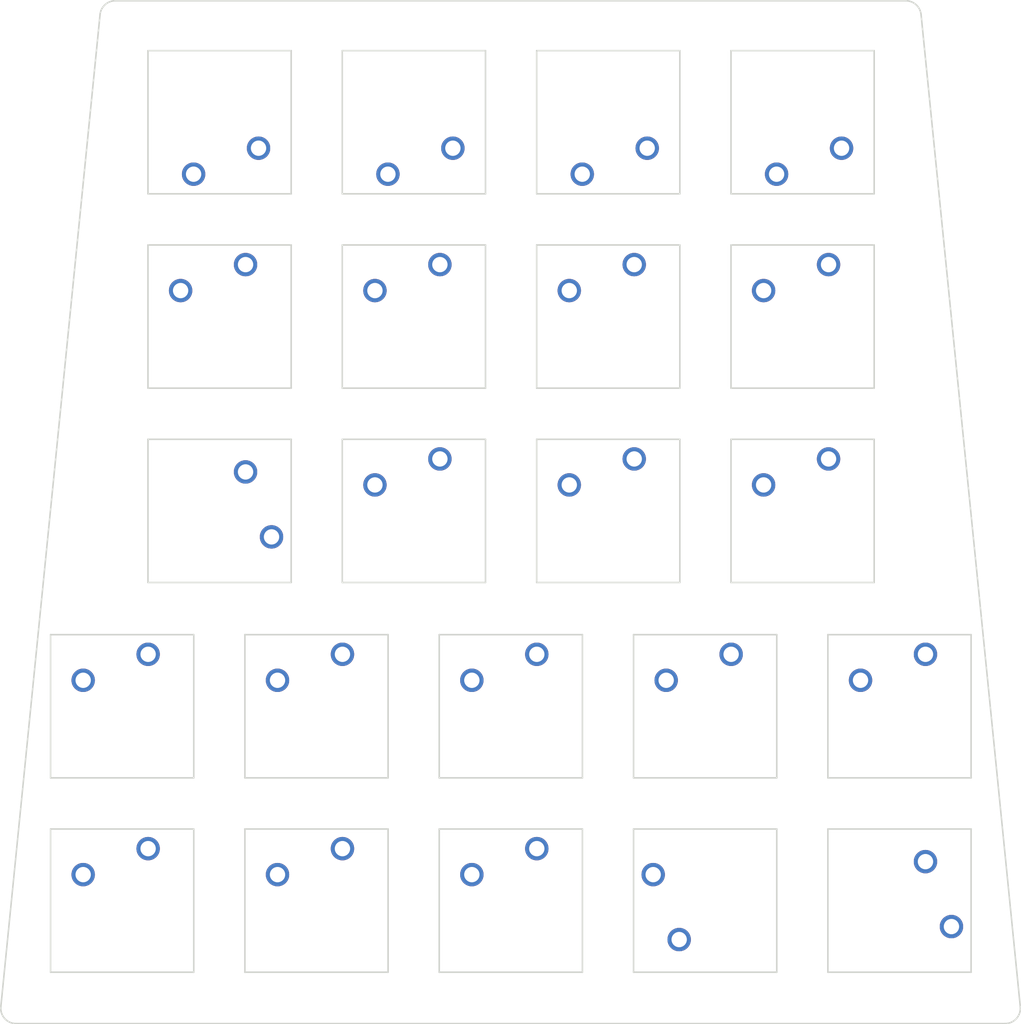
<source format=kicad_pcb>
(kicad_pcb (version 20171130) (host pcbnew 5.1.6)
  (title_block (title angle-top-plate) (rev v1.0.0) (company Unknown))
  (layers (0 F.Cu signal) (31 B.Cu signal) (34 B.Paste user) (35 F.Paste user) (36 B.SilkS user) (37 F.SilkS user) (38 B.Mask user) (39 F.Mask user) (44 Edge.Cuts user))
  (net 0 "")
  (net 1 "GND")
  (net 2 "m_c1_r3")
  (net 3 "m_c1_r4")
  (net 4 "m_c1_r5")
  (net 5 "m_c2_r3")
  (net 6 "m_c2_r4")
  (net 7 "m_c2_r5")
  (net 8 "m_c3_r3")
  (net 9 "m_c3_r4")
  (net 10 "m_c3_r5")
  (net 11 "m_c4_r3")
  (net 12 "m_c4_r4")
  (net 13 "m_c4_r5")
  (net 14 "n_c1_r1")
  (net 15 "n_c1_r2")
  (net 16 "n_c2_r1")
  (net 17 "n_c2_r2")
  (net 18 "n_c3_r1")
  (net 19 "n_c3_r2")
  (net 20 "n_c4_r1")
  (net 21 "n_c4_r2")
  (net 22 "n_c5_r1")
  (net 23 "n_c5_r2")
  (module MX (layer F.Cu) (at 21.55 -50.125 -90)
    (fp_text reference "S1" hide)
    (fp_text value "" hide)
    (pad "" np_thru_hole circle (at 0 0) (size 3.9878 3.9878) (drill 3.9878) (layers *.Cu *.Mask))
    (pad "" np_thru_hole circle (at 5.08 0) (size 1.7018 1.7018) (drill 1.7018) (layers *.Cu *.Mask))
    (pad "" np_thru_hole circle (at -5.08 0) (size 1.7018 1.7018) (drill 1.7018) (layers *.Cu *.Mask))
    (pad 1 thru_hole circle (at 2.54 -5.08) (size 2.286 2.286) (drill 1.4986) (layers *.Cu *.Mask) (net 1 "GND"))
    (pad 2 thru_hole circle (at -3.81 -2.54) (size 2.286 2.286) (drill 1.4986) (layers *.Cu *.Mask) (net 2 "m_c1_r3"))
  )
  (module MX (layer F.Cu) (at 21.55 -69.125 0)
    (fp_text reference "S2" hide)
    (fp_text value "" hide)
    (pad "" np_thru_hole circle (at 0 0) (size 3.9878 3.9878) (drill 3.9878) (layers *.Cu *.Mask))
    (pad "" np_thru_hole circle (at 5.08 0) (size 1.7018 1.7018) (drill 1.7018) (layers *.Cu *.Mask))
    (pad "" np_thru_hole circle (at -5.08 0) (size 1.7018 1.7018) (drill 1.7018) (layers *.Cu *.Mask))
    (pad 1 thru_hole circle (at 2.54 -5.08) (size 2.286 2.286) (drill 1.4986) (layers *.Cu *.Mask) (net 1 "GND"))
    (pad 2 thru_hole circle (at -3.81 -2.54) (size 2.286 2.286) (drill 1.4986) (layers *.Cu *.Mask) (net 3 "m_c1_r4"))
  )
  (module MX (layer F.Cu) (at 21.55 -88.125 180)
    (fp_text reference "S3" hide)
    (fp_text value "" hide)
    (pad "" np_thru_hole circle (at 0 0) (size 3.9878 3.9878) (drill 3.9878) (layers *.Cu *.Mask))
    (pad "" np_thru_hole circle (at 5.08 0) (size 1.7018 1.7018) (drill 1.7018) (layers *.Cu *.Mask))
    (pad "" np_thru_hole circle (at -5.08 0) (size 1.7018 1.7018) (drill 1.7018) (layers *.Cu *.Mask))
    (pad 1 thru_hole circle (at 2.54 -5.08) (size 2.286 2.286) (drill 1.4986) (layers *.Cu *.Mask) (net 1 "GND"))
    (pad 2 thru_hole circle (at -3.81 -2.54) (size 2.286 2.286) (drill 1.4986) (layers *.Cu *.Mask) (net 4 "m_c1_r5"))
  )
  (module MX (layer F.Cu) (at 40.55 -50.125 0)
    (fp_text reference "S4" hide)
    (fp_text value "" hide)
    (pad "" np_thru_hole circle (at 0 0) (size 3.9878 3.9878) (drill 3.9878) (layers *.Cu *.Mask))
    (pad "" np_thru_hole circle (at 5.08 0) (size 1.7018 1.7018) (drill 1.7018) (layers *.Cu *.Mask))
    (pad "" np_thru_hole circle (at -5.08 0) (size 1.7018 1.7018) (drill 1.7018) (layers *.Cu *.Mask))
    (pad 1 thru_hole circle (at 2.54 -5.08) (size 2.286 2.286) (drill 1.4986) (layers *.Cu *.Mask) (net 1 "GND"))
    (pad 2 thru_hole circle (at -3.81 -2.54) (size 2.286 2.286) (drill 1.4986) (layers *.Cu *.Mask) (net 5 "m_c2_r3"))
  )
  (module MX (layer F.Cu) (at 40.55 -69.125 0)
    (fp_text reference "S5" hide)
    (fp_text value "" hide)
    (pad "" np_thru_hole circle (at 0 0) (size 3.9878 3.9878) (drill 3.9878) (layers *.Cu *.Mask))
    (pad "" np_thru_hole circle (at 5.08 0) (size 1.7018 1.7018) (drill 1.7018) (layers *.Cu *.Mask))
    (pad "" np_thru_hole circle (at -5.08 0) (size 1.7018 1.7018) (drill 1.7018) (layers *.Cu *.Mask))
    (pad 1 thru_hole circle (at 2.54 -5.08) (size 2.286 2.286) (drill 1.4986) (layers *.Cu *.Mask) (net 1 "GND"))
    (pad 2 thru_hole circle (at -3.81 -2.54) (size 2.286 2.286) (drill 1.4986) (layers *.Cu *.Mask) (net 6 "m_c2_r4"))
  )
  (module MX (layer F.Cu) (at 40.55 -88.125 180)
    (fp_text reference "S6" hide)
    (fp_text value "" hide)
    (pad "" np_thru_hole circle (at 0 0) (size 3.9878 3.9878) (drill 3.9878) (layers *.Cu *.Mask))
    (pad "" np_thru_hole circle (at 5.08 0) (size 1.7018 1.7018) (drill 1.7018) (layers *.Cu *.Mask))
    (pad "" np_thru_hole circle (at -5.08 0) (size 1.7018 1.7018) (drill 1.7018) (layers *.Cu *.Mask))
    (pad 1 thru_hole circle (at 2.54 -5.08) (size 2.286 2.286) (drill 1.4986) (layers *.Cu *.Mask) (net 1 "GND"))
    (pad 2 thru_hole circle (at -3.81 -2.54) (size 2.286 2.286) (drill 1.4986) (layers *.Cu *.Mask) (net 7 "m_c2_r5"))
  )
  (module MX (layer F.Cu) (at 59.55 -50.125 0)
    (fp_text reference "S7" hide)
    (fp_text value "" hide)
    (pad "" np_thru_hole circle (at 0 0) (size 3.9878 3.9878) (drill 3.9878) (layers *.Cu *.Mask))
    (pad "" np_thru_hole circle (at 5.08 0) (size 1.7018 1.7018) (drill 1.7018) (layers *.Cu *.Mask))
    (pad "" np_thru_hole circle (at -5.08 0) (size 1.7018 1.7018) (drill 1.7018) (layers *.Cu *.Mask))
    (pad 1 thru_hole circle (at 2.54 -5.08) (size 2.286 2.286) (drill 1.4986) (layers *.Cu *.Mask) (net 1 "GND"))
    (pad 2 thru_hole circle (at -3.81 -2.54) (size 2.286 2.286) (drill 1.4986) (layers *.Cu *.Mask) (net 8 "m_c3_r3"))
  )
  (module MX (layer F.Cu) (at 59.55 -69.125 0)
    (fp_text reference "S8" hide)
    (fp_text value "" hide)
    (pad "" np_thru_hole circle (at 0 0) (size 3.9878 3.9878) (drill 3.9878) (layers *.Cu *.Mask))
    (pad "" np_thru_hole circle (at 5.08 0) (size 1.7018 1.7018) (drill 1.7018) (layers *.Cu *.Mask))
    (pad "" np_thru_hole circle (at -5.08 0) (size 1.7018 1.7018) (drill 1.7018) (layers *.Cu *.Mask))
    (pad 1 thru_hole circle (at 2.54 -5.08) (size 2.286 2.286) (drill 1.4986) (layers *.Cu *.Mask) (net 1 "GND"))
    (pad 2 thru_hole circle (at -3.81 -2.54) (size 2.286 2.286) (drill 1.4986) (layers *.Cu *.Mask) (net 9 "m_c3_r4"))
  )
  (module MX (layer F.Cu) (at 59.55 -88.125 180)
    (fp_text reference "S9" hide)
    (fp_text value "" hide)
    (pad "" np_thru_hole circle (at 0 0) (size 3.9878 3.9878) (drill 3.9878) (layers *.Cu *.Mask))
    (pad "" np_thru_hole circle (at 5.08 0) (size 1.7018 1.7018) (drill 1.7018) (layers *.Cu *.Mask))
    (pad "" np_thru_hole circle (at -5.08 0) (size 1.7018 1.7018) (drill 1.7018) (layers *.Cu *.Mask))
    (pad 1 thru_hole circle (at 2.54 -5.08) (size 2.286 2.286) (drill 1.4986) (layers *.Cu *.Mask) (net 1 "GND"))
    (pad 2 thru_hole circle (at -3.81 -2.54) (size 2.286 2.286) (drill 1.4986) (layers *.Cu *.Mask) (net 10 "m_c3_r5"))
  )
  (module MX (layer F.Cu) (at 78.55 -50.125 0)
    (fp_text reference "S10" hide)
    (fp_text value "" hide)
    (pad "" np_thru_hole circle (at 0 0) (size 3.9878 3.9878) (drill 3.9878) (layers *.Cu *.Mask))
    (pad "" np_thru_hole circle (at 5.08 0) (size 1.7018 1.7018) (drill 1.7018) (layers *.Cu *.Mask))
    (pad "" np_thru_hole circle (at -5.08 0) (size 1.7018 1.7018) (drill 1.7018) (layers *.Cu *.Mask))
    (pad 1 thru_hole circle (at 2.54 -5.08) (size 2.286 2.286) (drill 1.4986) (layers *.Cu *.Mask) (net 1 "GND"))
    (pad 2 thru_hole circle (at -3.81 -2.54) (size 2.286 2.286) (drill 1.4986) (layers *.Cu *.Mask) (net 11 "m_c4_r3"))
  )
  (module MX (layer F.Cu) (at 78.55 -69.125 0)
    (fp_text reference "S11" hide)
    (fp_text value "" hide)
    (pad "" np_thru_hole circle (at 0 0) (size 3.9878 3.9878) (drill 3.9878) (layers *.Cu *.Mask))
    (pad "" np_thru_hole circle (at 5.08 0) (size 1.7018 1.7018) (drill 1.7018) (layers *.Cu *.Mask))
    (pad "" np_thru_hole circle (at -5.08 0) (size 1.7018 1.7018) (drill 1.7018) (layers *.Cu *.Mask))
    (pad 1 thru_hole circle (at 2.54 -5.08) (size 2.286 2.286) (drill 1.4986) (layers *.Cu *.Mask) (net 1 "GND"))
    (pad 2 thru_hole circle (at -3.81 -2.54) (size 2.286 2.286) (drill 1.4986) (layers *.Cu *.Mask) (net 12 "m_c4_r4"))
  )
  (module MX (layer F.Cu) (at 78.55 -88.125 180)
    (fp_text reference "S12" hide)
    (fp_text value "" hide)
    (pad "" np_thru_hole circle (at 0 0) (size 3.9878 3.9878) (drill 3.9878) (layers *.Cu *.Mask))
    (pad "" np_thru_hole circle (at 5.08 0) (size 1.7018 1.7018) (drill 1.7018) (layers *.Cu *.Mask))
    (pad "" np_thru_hole circle (at -5.08 0) (size 1.7018 1.7018) (drill 1.7018) (layers *.Cu *.Mask))
    (pad 1 thru_hole circle (at 2.54 -5.08) (size 2.286 2.286) (drill 1.4986) (layers *.Cu *.Mask) (net 1 "GND"))
    (pad 2 thru_hole circle (at -3.81 -2.54) (size 2.286 2.286) (drill 1.4986) (layers *.Cu *.Mask) (net 13 "m_c4_r5"))
  )
  (module MX (layer F.Cu) (at 12.025 -12.025 0)
    (fp_text reference "S13" hide)
    (fp_text value "" hide)
    (pad "" np_thru_hole circle (at 0 0) (size 3.9878 3.9878) (drill 3.9878) (layers *.Cu *.Mask))
    (pad "" np_thru_hole circle (at 5.08 0) (size 1.7018 1.7018) (drill 1.7018) (layers *.Cu *.Mask))
    (pad "" np_thru_hole circle (at -5.08 0) (size 1.7018 1.7018) (drill 1.7018) (layers *.Cu *.Mask))
    (pad 1 thru_hole circle (at 2.54 -5.08) (size 2.286 2.286) (drill 1.4986) (layers *.Cu *.Mask) (net 1 "GND"))
    (pad 2 thru_hole circle (at -3.81 -2.54) (size 2.286 2.286) (drill 1.4986) (layers *.Cu *.Mask) (net 14 "n_c1_r1"))
  )
  (module MX (layer F.Cu) (at 12.025 -31.025 0)
    (fp_text reference "S14" hide)
    (fp_text value "" hide)
    (pad "" np_thru_hole circle (at 0 0) (size 3.9878 3.9878) (drill 3.9878) (layers *.Cu *.Mask))
    (pad "" np_thru_hole circle (at 5.08 0) (size 1.7018 1.7018) (drill 1.7018) (layers *.Cu *.Mask))
    (pad "" np_thru_hole circle (at -5.08 0) (size 1.7018 1.7018) (drill 1.7018) (layers *.Cu *.Mask))
    (pad 1 thru_hole circle (at 2.54 -5.08) (size 2.286 2.286) (drill 1.4986) (layers *.Cu *.Mask) (net 1 "GND"))
    (pad 2 thru_hole circle (at -3.81 -2.54) (size 2.286 2.286) (drill 1.4986) (layers *.Cu *.Mask) (net 15 "n_c1_r2"))
  )
  (module MX (layer F.Cu) (at 31.025 -12.025 0)
    (fp_text reference "S15" hide)
    (fp_text value "" hide)
    (pad "" np_thru_hole circle (at 0 0) (size 3.9878 3.9878) (drill 3.9878) (layers *.Cu *.Mask))
    (pad "" np_thru_hole circle (at 5.08 0) (size 1.7018 1.7018) (drill 1.7018) (layers *.Cu *.Mask))
    (pad "" np_thru_hole circle (at -5.08 0) (size 1.7018 1.7018) (drill 1.7018) (layers *.Cu *.Mask))
    (pad 1 thru_hole circle (at 2.54 -5.08) (size 2.286 2.286) (drill 1.4986) (layers *.Cu *.Mask) (net 1 "GND"))
    (pad 2 thru_hole circle (at -3.81 -2.54) (size 2.286 2.286) (drill 1.4986) (layers *.Cu *.Mask) (net 16 "n_c2_r1"))
  )
  (module MX (layer F.Cu) (at 31.025 -31.025 0)
    (fp_text reference "S16" hide)
    (fp_text value "" hide)
    (pad "" np_thru_hole circle (at 0 0) (size 3.9878 3.9878) (drill 3.9878) (layers *.Cu *.Mask))
    (pad "" np_thru_hole circle (at 5.08 0) (size 1.7018 1.7018) (drill 1.7018) (layers *.Cu *.Mask))
    (pad "" np_thru_hole circle (at -5.08 0) (size 1.7018 1.7018) (drill 1.7018) (layers *.Cu *.Mask))
    (pad 1 thru_hole circle (at 2.54 -5.08) (size 2.286 2.286) (drill 1.4986) (layers *.Cu *.Mask) (net 1 "GND"))
    (pad 2 thru_hole circle (at -3.81 -2.54) (size 2.286 2.286) (drill 1.4986) (layers *.Cu *.Mask) (net 17 "n_c2_r2"))
  )
  (module MX (layer F.Cu) (at 50.025 -12.025 0)
    (fp_text reference "S17" hide)
    (fp_text value "" hide)
    (pad "" np_thru_hole circle (at 0 0) (size 3.9878 3.9878) (drill 3.9878) (layers *.Cu *.Mask))
    (pad "" np_thru_hole circle (at 5.08 0) (size 1.7018 1.7018) (drill 1.7018) (layers *.Cu *.Mask))
    (pad "" np_thru_hole circle (at -5.08 0) (size 1.7018 1.7018) (drill 1.7018) (layers *.Cu *.Mask))
    (pad 1 thru_hole circle (at 2.54 -5.08) (size 2.286 2.286) (drill 1.4986) (layers *.Cu *.Mask) (net 1 "GND"))
    (pad 2 thru_hole circle (at -3.81 -2.54) (size 2.286 2.286) (drill 1.4986) (layers *.Cu *.Mask) (net 18 "n_c3_r1"))
  )
  (module MX (layer F.Cu) (at 50.025 -31.025 0)
    (fp_text reference "S18" hide)
    (fp_text value "" hide)
    (pad "" np_thru_hole circle (at 0 0) (size 3.9878 3.9878) (drill 3.9878) (layers *.Cu *.Mask))
    (pad "" np_thru_hole circle (at 5.08 0) (size 1.7018 1.7018) (drill 1.7018) (layers *.Cu *.Mask))
    (pad "" np_thru_hole circle (at -5.08 0) (size 1.7018 1.7018) (drill 1.7018) (layers *.Cu *.Mask))
    (pad 1 thru_hole circle (at 2.54 -5.08) (size 2.286 2.286) (drill 1.4986) (layers *.Cu *.Mask) (net 1 "GND"))
    (pad 2 thru_hole circle (at -3.81 -2.54) (size 2.286 2.286) (drill 1.4986) (layers *.Cu *.Mask) (net 19 "n_c3_r2"))
  )
  (module MX (layer F.Cu) (at 69.025 -12.025 90)
    (fp_text reference "S19" hide)
    (fp_text value "" hide)
    (pad "" np_thru_hole circle (at 0 0) (size 3.9878 3.9878) (drill 3.9878) (layers *.Cu *.Mask))
    (pad "" np_thru_hole circle (at 5.08 0) (size 1.7018 1.7018) (drill 1.7018) (layers *.Cu *.Mask))
    (pad "" np_thru_hole circle (at -5.08 0) (size 1.7018 1.7018) (drill 1.7018) (layers *.Cu *.Mask))
    (pad 1 thru_hole circle (at 2.54 -5.08) (size 2.286 2.286) (drill 1.4986) (layers *.Cu *.Mask) (net 1 "GND"))
    (pad 2 thru_hole circle (at -3.81 -2.54) (size 2.286 2.286) (drill 1.4986) (layers *.Cu *.Mask) (net 20 "n_c4_r1"))
  )
  (module MX (layer F.Cu) (at 69.025 -31.025 0)
    (fp_text reference "S20" hide)
    (fp_text value "" hide)
    (pad "" np_thru_hole circle (at 0 0) (size 3.9878 3.9878) (drill 3.9878) (layers *.Cu *.Mask))
    (pad "" np_thru_hole circle (at 5.08 0) (size 1.7018 1.7018) (drill 1.7018) (layers *.Cu *.Mask))
    (pad "" np_thru_hole circle (at -5.08 0) (size 1.7018 1.7018) (drill 1.7018) (layers *.Cu *.Mask))
    (pad 1 thru_hole circle (at 2.54 -5.08) (size 2.286 2.286) (drill 1.4986) (layers *.Cu *.Mask) (net 1 "GND"))
    (pad 2 thru_hole circle (at -3.81 -2.54) (size 2.286 2.286) (drill 1.4986) (layers *.Cu *.Mask) (net 21 "n_c4_r2"))
  )
  (module MX (layer F.Cu) (at 88.025 -12.025 -90)
    (fp_text reference "S21" hide)
    (fp_text value "" hide)
    (pad "" np_thru_hole circle (at 0 0) (size 3.9878 3.9878) (drill 3.9878) (layers *.Cu *.Mask))
    (pad "" np_thru_hole circle (at 5.08 0) (size 1.7018 1.7018) (drill 1.7018) (layers *.Cu *.Mask))
    (pad "" np_thru_hole circle (at -5.08 0) (size 1.7018 1.7018) (drill 1.7018) (layers *.Cu *.Mask))
    (pad 1 thru_hole circle (at 2.54 -5.08) (size 2.286 2.286) (drill 1.4986) (layers *.Cu *.Mask) (net 1 "GND"))
    (pad 2 thru_hole circle (at -3.81 -2.54) (size 2.286 2.286) (drill 1.4986) (layers *.Cu *.Mask) (net 22 "n_c5_r1"))
  )
  (module MX (layer F.Cu) (at 88.025 -31.025 0)
    (fp_text reference "S22" hide)
    (fp_text value "" hide)
    (pad "" np_thru_hole circle (at 0 0) (size 3.9878 3.9878) (drill 3.9878) (layers *.Cu *.Mask))
    (pad "" np_thru_hole circle (at 5.08 0) (size 1.7018 1.7018) (drill 1.7018) (layers *.Cu *.Mask))
    (pad "" np_thru_hole circle (at -5.08 0) (size 1.7018 1.7018) (drill 1.7018) (layers *.Cu *.Mask))
    (pad 1 thru_hole circle (at 2.54 -5.08) (size 2.286 2.286) (drill 1.4986) (layers *.Cu *.Mask) (net 1 "GND"))
    (pad 2 thru_hole circle (at -3.81 -2.54) (size 2.286 2.286) (drill 1.4986) (layers *.Cu *.Mask) (net 23 "n_c5_r2"))
  )
  (footprint "MountingHole:MountingHole_2.2mm_M2" (layer "F.Cu") (at 2.8 -2.5 0)
    (pad "" np_thru_hole circle (at 0 0) (size 2.2 2.2) (drill 2.2) (layers *.Cu *.Mask))
  )
  (footprint "MountingHole:MountingHole_2.2mm_M2" (layer "F.Cu") (at 12.2 -97.5 0)
    (pad "" np_thru_hole circle (at 0 0) (size 2.2 2.2) (drill 2.2) (layers *.Cu *.Mask))
  )
  (footprint "MountingHole:MountingHole_2.2mm_M2" (layer "F.Cu") (at 97.2 -2.5 0)
    (pad "" np_thru_hole circle (at 0 0) (size 2.2 2.2) (drill 2.2) (layers *.Cu *.Mask))
  )
  (footprint "MountingHole:MountingHole_2.2mm_M2" (layer "F.Cu") (at 87.8 -97.5 0)
    (pad "" np_thru_hole circle (at 0 0) (size 2.2 2.2) (drill 2.2) (layers *.Cu *.Mask))
  )
  (gr_line (start 14.55 -57.125) (end 14.55 -43.125) (angle 90) (layer Edge.Cuts) (width 0.15))
  (gr_line (start 14.55 -43.125) (end 28.55 -43.125) (angle 90) (layer Edge.Cuts) (width 0.15))
  (gr_line (start 28.55 -43.125) (end 28.55 -57.125) (angle 90) (layer Edge.Cuts) (width 0.15))
  (gr_line (start 28.55 -57.125) (end 14.55 -57.125) (angle 90) (layer Edge.Cuts) (width 0.15))
  (gr_line (start 14.55 -62.125) (end 28.55 -62.125) (angle 90) (layer Edge.Cuts) (width 0.15))
  (gr_line (start 28.55 -62.125) (end 28.55 -76.125) (angle 90) (layer Edge.Cuts) (width 0.15))
  (gr_line (start 28.55 -76.125) (end 14.55 -76.125) (angle 90) (layer Edge.Cuts) (width 0.15))
  (gr_line (start 14.55 -76.125) (end 14.55 -62.125) (angle 90) (layer Edge.Cuts) (width 0.15))
  (gr_line (start 28.55 -95.125) (end 14.55 -95.125) (angle 90) (layer Edge.Cuts) (width 0.15))
  (gr_line (start 14.55 -95.125) (end 14.55 -81.125) (angle 90) (layer Edge.Cuts) (width 0.15))
  (gr_line (start 14.55 -81.125) (end 28.55 -81.125) (angle 90) (layer Edge.Cuts) (width 0.15))
  (gr_line (start 28.55 -81.125) (end 28.55 -95.125) (angle 90) (layer Edge.Cuts) (width 0.15))
  (gr_line (start 33.55 -43.125) (end 47.55 -43.125) (angle 90) (layer Edge.Cuts) (width 0.15))
  (gr_line (start 47.55 -43.125) (end 47.55 -57.125) (angle 90) (layer Edge.Cuts) (width 0.15))
  (gr_line (start 47.55 -57.125) (end 33.55 -57.125) (angle 90) (layer Edge.Cuts) (width 0.15))
  (gr_line (start 33.55 -57.125) (end 33.55 -43.125) (angle 90) (layer Edge.Cuts) (width 0.15))
  (gr_line (start 33.55 -62.125) (end 47.55 -62.125) (angle 90) (layer Edge.Cuts) (width 0.15))
  (gr_line (start 47.55 -62.125) (end 47.55 -76.125) (angle 90) (layer Edge.Cuts) (width 0.15))
  (gr_line (start 47.55 -76.125) (end 33.55 -76.125) (angle 90) (layer Edge.Cuts) (width 0.15))
  (gr_line (start 33.55 -76.125) (end 33.55 -62.125) (angle 90) (layer Edge.Cuts) (width 0.15))
  (gr_line (start 47.55 -95.125) (end 33.55 -95.125) (angle 90) (layer Edge.Cuts) (width 0.15))
  (gr_line (start 33.55 -95.125) (end 33.55 -81.125) (angle 90) (layer Edge.Cuts) (width 0.15))
  (gr_line (start 33.55 -81.125) (end 47.55 -81.125) (angle 90) (layer Edge.Cuts) (width 0.15))
  (gr_line (start 47.55 -81.125) (end 47.55 -95.125) (angle 90) (layer Edge.Cuts) (width 0.15))
  (gr_line (start 52.55 -43.125) (end 66.55 -43.125) (angle 90) (layer Edge.Cuts) (width 0.15))
  (gr_line (start 66.55 -43.125) (end 66.55 -57.125) (angle 90) (layer Edge.Cuts) (width 0.15))
  (gr_line (start 66.55 -57.125) (end 52.55 -57.125) (angle 90) (layer Edge.Cuts) (width 0.15))
  (gr_line (start 52.55 -57.125) (end 52.55 -43.125) (angle 90) (layer Edge.Cuts) (width 0.15))
  (gr_line (start 52.55 -62.125) (end 66.55 -62.125) (angle 90) (layer Edge.Cuts) (width 0.15))
  (gr_line (start 66.55 -62.125) (end 66.55 -76.125) (angle 90) (layer Edge.Cuts) (width 0.15))
  (gr_line (start 66.55 -76.125) (end 52.55 -76.125) (angle 90) (layer Edge.Cuts) (width 0.15))
  (gr_line (start 52.55 -76.125) (end 52.55 -62.125) (angle 90) (layer Edge.Cuts) (width 0.15))
  (gr_line (start 66.55 -95.125) (end 52.55 -95.125) (angle 90) (layer Edge.Cuts) (width 0.15))
  (gr_line (start 52.55 -95.125) (end 52.55 -81.125) (angle 90) (layer Edge.Cuts) (width 0.15))
  (gr_line (start 52.55 -81.125) (end 66.55 -81.125) (angle 90) (layer Edge.Cuts) (width 0.15))
  (gr_line (start 66.55 -81.125) (end 66.55 -95.125) (angle 90) (layer Edge.Cuts) (width 0.15))
  (gr_line (start 71.55 -43.125) (end 85.55 -43.125) (angle 90) (layer Edge.Cuts) (width 0.15))
  (gr_line (start 85.55 -43.125) (end 85.55 -57.125) (angle 90) (layer Edge.Cuts) (width 0.15))
  (gr_line (start 85.55 -57.125) (end 71.55 -57.125) (angle 90) (layer Edge.Cuts) (width 0.15))
  (gr_line (start 71.55 -57.125) (end 71.55 -43.125) (angle 90) (layer Edge.Cuts) (width 0.15))
  (gr_line (start 71.55 -62.125) (end 85.55 -62.125) (angle 90) (layer Edge.Cuts) (width 0.15))
  (gr_line (start 85.55 -62.125) (end 85.55 -76.125) (angle 90) (layer Edge.Cuts) (width 0.15))
  (gr_line (start 85.55 -76.125) (end 71.55 -76.125) (angle 90) (layer Edge.Cuts) (width 0.15))
  (gr_line (start 71.55 -76.125) (end 71.55 -62.125) (angle 90) (layer Edge.Cuts) (width 0.15))
  (gr_line (start 85.55 -95.125) (end 71.55 -95.125) (angle 90) (layer Edge.Cuts) (width 0.15))
  (gr_line (start 71.55 -95.125) (end 71.55 -81.125) (angle 90) (layer Edge.Cuts) (width 0.15))
  (gr_line (start 71.55 -81.125) (end 85.55 -81.125) (angle 90) (layer Edge.Cuts) (width 0.15))
  (gr_line (start 85.55 -81.125) (end 85.55 -95.125) (angle 90) (layer Edge.Cuts) (width 0.15))
  (gr_line (start 5.025 -5.025) (end 19.025 -5.025) (angle 90) (layer Edge.Cuts) (width 0.15))
  (gr_line (start 19.025 -5.025) (end 19.025 -19.025) (angle 90) (layer Edge.Cuts) (width 0.15))
  (gr_line (start 19.025 -19.025) (end 5.025 -19.025) (angle 90) (layer Edge.Cuts) (width 0.15))
  (gr_line (start 5.025 -19.025) (end 5.025 -5.025) (angle 90) (layer Edge.Cuts) (width 0.15))
  (gr_line (start 5.025 -24.025) (end 19.025 -24.025) (angle 90) (layer Edge.Cuts) (width 0.15))
  (gr_line (start 19.025 -24.025) (end 19.025 -38.025) (angle 90) (layer Edge.Cuts) (width 0.15))
  (gr_line (start 19.025 -38.025) (end 5.025 -38.025) (angle 90) (layer Edge.Cuts) (width 0.15))
  (gr_line (start 5.025 -38.025) (end 5.025 -24.025) (angle 90) (layer Edge.Cuts) (width 0.15))
  (gr_line (start 24.025 -5.025) (end 38.025 -5.025) (angle 90) (layer Edge.Cuts) (width 0.15))
  (gr_line (start 38.025 -5.025) (end 38.025 -19.025) (angle 90) (layer Edge.Cuts) (width 0.15))
  (gr_line (start 38.025 -19.025) (end 24.025 -19.025) (angle 90) (layer Edge.Cuts) (width 0.15))
  (gr_line (start 24.025 -19.025) (end 24.025 -5.025) (angle 90) (layer Edge.Cuts) (width 0.15))
  (gr_line (start 24.025 -24.025) (end 38.025 -24.025) (angle 90) (layer Edge.Cuts) (width 0.15))
  (gr_line (start 38.025 -24.025) (end 38.025 -38.025) (angle 90) (layer Edge.Cuts) (width 0.15))
  (gr_line (start 38.025 -38.025) (end 24.025 -38.025) (angle 90) (layer Edge.Cuts) (width 0.15))
  (gr_line (start 24.025 -38.025) (end 24.025 -24.025) (angle 90) (layer Edge.Cuts) (width 0.15))
  (gr_line (start 43.025 -5.025) (end 57.025 -5.025) (angle 90) (layer Edge.Cuts) (width 0.15))
  (gr_line (start 57.025 -5.025) (end 57.025 -19.025) (angle 90) (layer Edge.Cuts) (width 0.15))
  (gr_line (start 57.025 -19.025) (end 43.025 -19.025) (angle 90) (layer Edge.Cuts) (width 0.15))
  (gr_line (start 43.025 -19.025) (end 43.025 -5.025) (angle 90) (layer Edge.Cuts) (width 0.15))
  (gr_line (start 43.025 -24.025) (end 57.025 -24.025) (angle 90) (layer Edge.Cuts) (width 0.15))
  (gr_line (start 57.025 -24.025) (end 57.025 -38.025) (angle 90) (layer Edge.Cuts) (width 0.15))
  (gr_line (start 57.025 -38.025) (end 43.025 -38.025) (angle 90) (layer Edge.Cuts) (width 0.15))
  (gr_line (start 43.025 -38.025) (end 43.025 -24.025) (angle 90) (layer Edge.Cuts) (width 0.15))
  (gr_line (start 76.025 -5.025) (end 76.025 -19.025) (angle 90) (layer Edge.Cuts) (width 0.15))
  (gr_line (start 76.025 -19.025) (end 62.025000000000006 -19.025) (angle 90) (layer Edge.Cuts) (width 0.15))
  (gr_line (start 62.025000000000006 -19.025) (end 62.025000000000006 -5.025) (angle 90) (layer Edge.Cuts) (width 0.15))
  (gr_line (start 62.025000000000006 -5.025) (end 76.025 -5.025) (angle 90) (layer Edge.Cuts) (width 0.15))
  (gr_line (start 62.025000000000006 -24.025) (end 76.025 -24.025) (angle 90) (layer Edge.Cuts) (width 0.15))
  (gr_line (start 76.025 -24.025) (end 76.025 -38.025) (angle 90) (layer Edge.Cuts) (width 0.15))
  (gr_line (start 76.025 -38.025) (end 62.025000000000006 -38.025) (angle 90) (layer Edge.Cuts) (width 0.15))
  (gr_line (start 62.025000000000006 -38.025) (end 62.025000000000006 -24.025) (angle 90) (layer Edge.Cuts) (width 0.15))
  (gr_line (start 81.025 -19.025) (end 81.025 -5.025) (angle 90) (layer Edge.Cuts) (width 0.15))
  (gr_line (start 81.025 -5.025) (end 95.025 -5.025) (angle 90) (layer Edge.Cuts) (width 0.15))
  (gr_line (start 95.025 -5.025) (end 95.025 -19.025) (angle 90) (layer Edge.Cuts) (width 0.15))
  (gr_line (start 95.025 -19.025) (end 81.025 -19.025) (angle 90) (layer Edge.Cuts) (width 0.15))
  (gr_line (start 81.025 -24.025) (end 95.025 -24.025) (angle 90) (layer Edge.Cuts) (width 0.15))
  (gr_line (start 95.025 -24.025) (end 95.025 -38.025) (angle 90) (layer Edge.Cuts) (width 0.15))
  (gr_line (start 95.025 -38.025) (end 81.025 -38.025) (angle 90) (layer Edge.Cuts) (width 0.15))
  (gr_line (start 81.025 -38.025) (end 81.025 -24.025) (angle 90) (layer Edge.Cuts) (width 0.15))
  (gr_line (start 1.6574813599999998 0) (end 98.34251864000001 0) (angle 90) (layer Edge.Cuts) (width 0.15))
  (gr_line (start 99.83507444495051 -1.6492555504948996) (end 90.1350744449505 -98.64925555049501) (angle 90) (layer Edge.Cuts) (width 0.15))
  (gr_line (start 88.64251864 -100) (end 11.35748136 -100) (angle 90) (layer Edge.Cuts) (width 0.15))
  (gr_line (start 9.864925555049505 -98.64925555049504) (end 0.16492555504950496 -1.6492555504950497) (angle 90) (layer Edge.Cuts) (width 0.15))
  (gr_arc (start 98.34251864000001 -1.5) (end 98.34251864000001 0) (angle -95.71059199726531) (layer Edge.Cuts) (width 0.15))
  (gr_arc (start 88.64251864 -98.5) (end 90.13507444000001 -98.6492555) (angle -84.28940800273037) (layer Edge.Cuts) (width 0.15))
  (gr_arc (start 11.35748136 -98.5) (end 11.35748136 -100) (angle -84.28940800272926) (layer Edge.Cuts) (width 0.15))
  (gr_arc (start 1.6574813599999998 -1.5) (end 0.1649255599999997 -1.6492555) (angle -95.71059199727102) (layer Edge.Cuts) (width 0.15))
)
</source>
